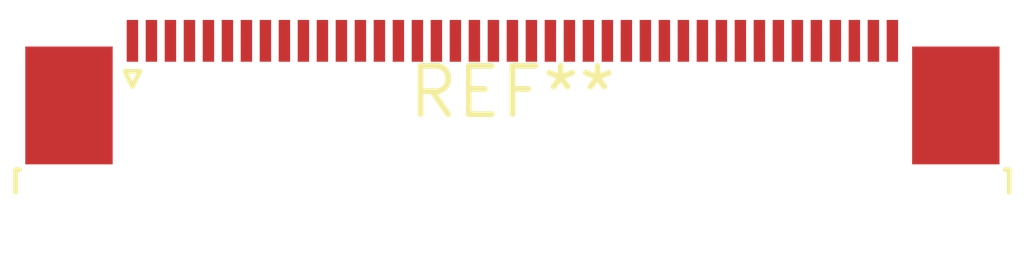
<source format=kicad_pcb>
(kicad_pcb (version 20240108) (generator pcbnew)
  (layers (0 "F.Cu" signal) (31 "B.Cu" signal) (34 "B.Paste" user) (35 "F.Paste" user) (36 "B.SilkS" user "B.Silkscreen") (37 "F.SilkS" user "F.Silkscreen") (38 "B.Mask" user) (39 "F.Mask" user) (44 "Edge.Cuts" user))
  (net 0 "")
  (footprint "TE_4-1734839-1_1x41-1MP_P0.5mm_Horizontal" (layer "F.Cu") (at 0 0)
    (property "Reference" "REF**")
    (property "Value" "PCB Edge")
    (fp_line (start -13.075 2.04) (end -13.075 2.64) (layer "F.SilkS") (stroke (width 0.12)))
    (fp_line (start -12.965 2.04) (end -13.075 2.04) (layer "F.SilkS") (stroke (width 0.12)))
    (fp_line (start -10.2 -0.55) (end -10 -0.15) (layer "F.SilkS") (stroke (width 0.12)))
    (fp_line (start -10 -0.15) (end -9.8 -0.55) (layer "F.SilkS") (stroke (width 0.12)))
    (fp_line (start -9.8 -0.55) (end -10.2 -0.55) (layer "F.SilkS") (stroke (width 0.12)))
    (fp_line (start 12.965 2.04) (end 13.075 2.04) (layer "F.SilkS") (stroke (width 0.12)))
    (fp_line (start 13.075 2.04) (end 13.075 2.64) (layer "F.SilkS") (stroke (width 0.12)))
    (pad "1" smd rect (at -10 -1.35) (size 0.3 1.1) (layers "F.Cu" "F.Paste" "F.Mask"))
    (pad "2" smd rect (at -9.5 -1.35) (size 0.3 1.1) (layers "F.Cu" "F.Paste" "F.Mask"))
    (pad "3" smd rect (at -9 -1.35) (size 0.3 1.1) (layers "F.Cu" "F.Paste" "F.Mask"))
    (pad "4" smd rect (at -8.5 -1.35) (size 0.3 1.1) (layers "F.Cu" "F.Paste" "F.Mask"))
    (pad "5" smd rect (at -8 -1.35) (size 0.3 1.1) (layers "F.Cu" "F.Paste" "F.Mask"))
    (pad "6" smd rect (at -7.5 -1.35) (size 0.3 1.1) (layers "F.Cu" "F.Paste" "F.Mask"))
    (pad "7" smd rect (at -7 -1.35) (size 0.3 1.1) (layers "F.Cu" "F.Paste" "F.Mask"))
    (pad "8" smd rect (at -6.5 -1.35) (size 0.3 1.1) (layers "F.Cu" "F.Paste" "F.Mask"))
    (pad "9" smd rect (at -6 -1.35) (size 0.3 1.1) (layers "F.Cu" "F.Paste" "F.Mask"))
    (pad "10" smd rect (at -5.5 -1.35) (size 0.3 1.1) (layers "F.Cu" "F.Paste" "F.Mask"))
    (pad "11" smd rect (at -5 -1.35) (size 0.3 1.1) (layers "F.Cu" "F.Paste" "F.Mask"))
    (pad "12" smd rect (at -4.5 -1.35) (size 0.3 1.1) (layers "F.Cu" "F.Paste" "F.Mask"))
    (pad "13" smd rect (at -4 -1.35) (size 0.3 1.1) (layers "F.Cu" "F.Paste" "F.Mask"))
    (pad "14" smd rect (at -3.5 -1.35) (size 0.3 1.1) (layers "F.Cu" "F.Paste" "F.Mask"))
    (pad "15" smd rect (at -3 -1.35) (size 0.3 1.1) (layers "F.Cu" "F.Paste" "F.Mask"))
    (pad "16" smd rect (at -2.5 -1.35) (size 0.3 1.1) (layers "F.Cu" "F.Paste" "F.Mask"))
    (pad "17" smd rect (at -2 -1.35) (size 0.3 1.1) (layers "F.Cu" "F.Paste" "F.Mask"))
    (pad "18" smd rect (at -1.5 -1.35) (size 0.3 1.1) (layers "F.Cu" "F.Paste" "F.Mask"))
    (pad "19" smd rect (at -1 -1.35) (size 0.3 1.1) (layers "F.Cu" "F.Paste" "F.Mask"))
    (pad "20" smd rect (at -0.5 -1.35) (size 0.3 1.1) (layers "F.Cu" "F.Paste" "F.Mask"))
    (pad "21" smd rect (at 0 -1.35) (size 0.3 1.1) (layers "F.Cu" "F.Paste" "F.Mask"))
    (pad "22" smd rect (at 0.5 -1.35) (size 0.3 1.1) (layers "F.Cu" "F.Paste" "F.Mask"))
    (pad "23" smd rect (at 1 -1.35) (size 0.3 1.1) (layers "F.Cu" "F.Paste" "F.Mask"))
    (pad "24" smd rect (at 1.5 -1.35) (size 0.3 1.1) (layers "F.Cu" "F.Paste" "F.Mask"))
    (pad "25" smd rect (at 2 -1.35) (size 0.3 1.1) (layers "F.Cu" "F.Paste" "F.Mask"))
    (pad "26" smd rect (at 2.5 -1.35) (size 0.3 1.1) (layers "F.Cu" "F.Paste" "F.Mask"))
    (pad "27" smd rect (at 3 -1.35) (size 0.3 1.1) (layers "F.Cu" "F.Paste" "F.Mask"))
    (pad "28" smd rect (at 3.5 -1.35) (size 0.3 1.1) (layers "F.Cu" "F.Paste" "F.Mask"))
    (pad "29" smd rect (at 4 -1.35) (size 0.3 1.1) (layers "F.Cu" "F.Paste" "F.Mask"))
    (pad "30" smd rect (at 4.5 -1.35) (size 0.3 1.1) (layers "F.Cu" "F.Paste" "F.Mask"))
    (pad "31" smd rect (at 5 -1.35) (size 0.3 1.1) (layers "F.Cu" "F.Paste" "F.Mask"))
    (pad "32" smd rect (at 5.5 -1.35) (size 0.3 1.1) (layers "F.Cu" "F.Paste" "F.Mask"))
    (pad "33" smd rect (at 6 -1.35) (size 0.3 1.1) (layers "F.Cu" "F.Paste" "F.Mask"))
    (pad "34" smd rect (at 6.5 -1.35) (size 0.3 1.1) (layers "F.Cu" "F.Paste" "F.Mask"))
    (pad "35" smd rect (at 7 -1.35) (size 0.3 1.1) (layers "F.Cu" "F.Paste" "F.Mask"))
    (pad "36" smd rect (at 7.5 -1.35) (size 0.3 1.1) (layers "F.Cu" "F.Paste" "F.Mask"))
    (pad "37" smd rect (at 8 -1.35) (size 0.3 1.1) (layers "F.Cu" "F.Paste" "F.Mask"))
    (pad "38" smd rect (at 8.5 -1.35) (size 0.3 1.1) (layers "F.Cu" "F.Paste" "F.Mask"))
    (pad "39" smd rect (at 9 -1.35) (size 0.3 1.1) (layers "F.Cu" "F.Paste" "F.Mask"))
    (pad "40" smd rect (at 9.5 -1.35) (size 0.3 1.1) (layers "F.Cu" "F.Paste" "F.Mask"))
    (pad "41" smd rect (at 10 -1.35) (size 0.3 1.1) (layers "F.Cu" "F.Paste" "F.Mask"))
    (pad "MP" smd rect (at -11.67 0.35) (size 2.3 3.1) (layers "F.Cu" "F.Paste" "F.Mask"))
    (pad "MP" smd rect (at 11.67 0.35) (size 2.3 3.1) (layers "F.Cu" "F.Paste" "F.Mask"))
  )
)
</source>
